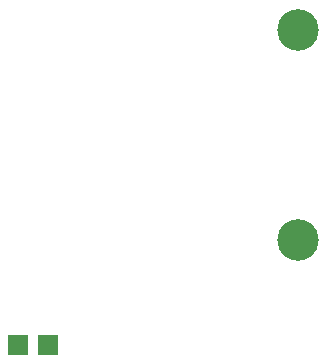
<source format=gtp>
G04 MADE WITH FRITZING*
G04 WWW.FRITZING.ORG*
G04 DOUBLE SIDED*
G04 HOLES PLATED*
G04 CONTOUR ON CENTER OF CONTOUR VECTOR*
%ASAXBY*%
%FSLAX23Y23*%
%MOIN*%
%OFA0B0*%
%SFA1.0B1.0*%
%ADD10C,0.138425*%
%ADD11R,0.066653X0.065331*%
%LNPASTEMASK1*%
G90*
G70*
G54D10*
X2551Y1156D03*
X2551Y456D03*
G54D11*
X1718Y106D03*
X1618Y106D03*
G04 End of PasteMask1*
M02*
</source>
